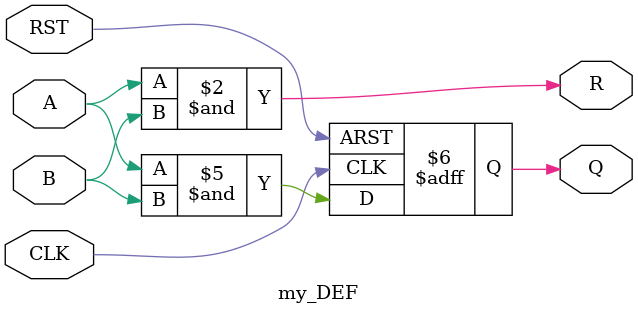
<source format=v>
`timescale 1ns / 1ps


module my_DEF(
    input A,
    input B,
    input CLK,
    input RST,
    output reg R, Q
    );
    
    always @ (A, B)
    R = A & B;
    
    always @ (posedge CLK, posedge RST)
    begin
        if(RST == 1'b1)
            Q <= 1'b0;
        else
            Q <= A&B;
    end
    
endmodule

</source>
